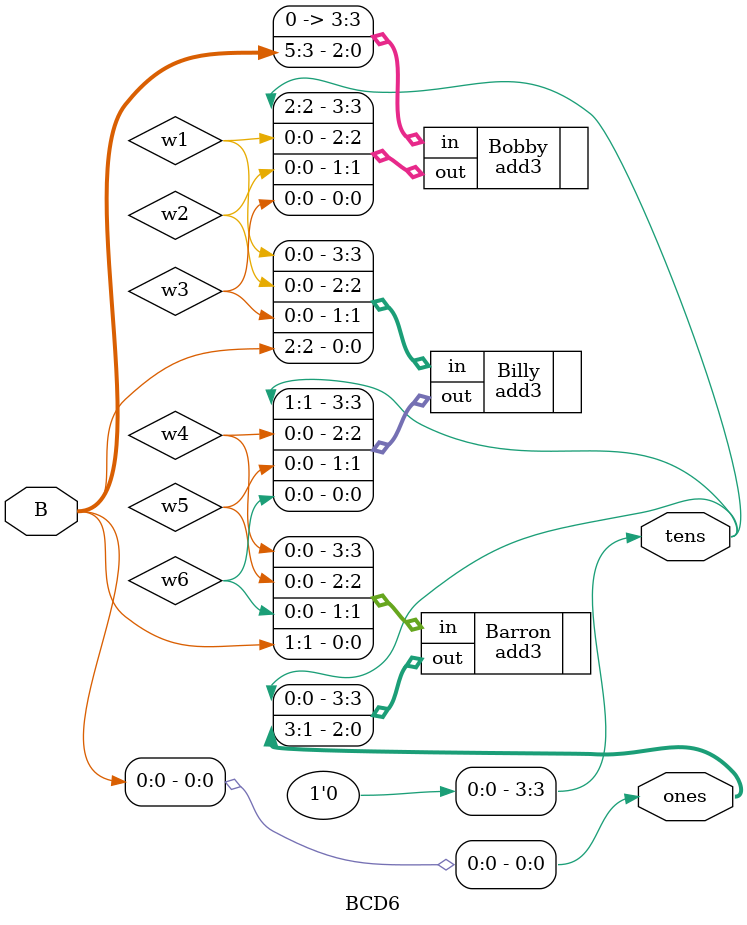
<source format=sv>
`timescale 1ns / 1ps

module BCD6 (
input [5:0] B, 
output [3:0] tens, ones
);

wire w1, w2, w3, w4, w5, w6;

assign tens[3] = 0; 
assign ones[0] = B[0];

add3 Bobby(
.in({1'b0, B[5:3]}), 
.out({tens[2], w1, w2, w3}) 
);
add3 Billy(
.in({w1, w2, w3, B[2]}), 
.out({tens[1], w4, w5, w6})
);
add3 Barron(
.in({w4, w5, w6, B[1]}),
.out({tens[0], ones[3], ones[2], ones[1]})
);

endmodule //BCD 6


</source>
